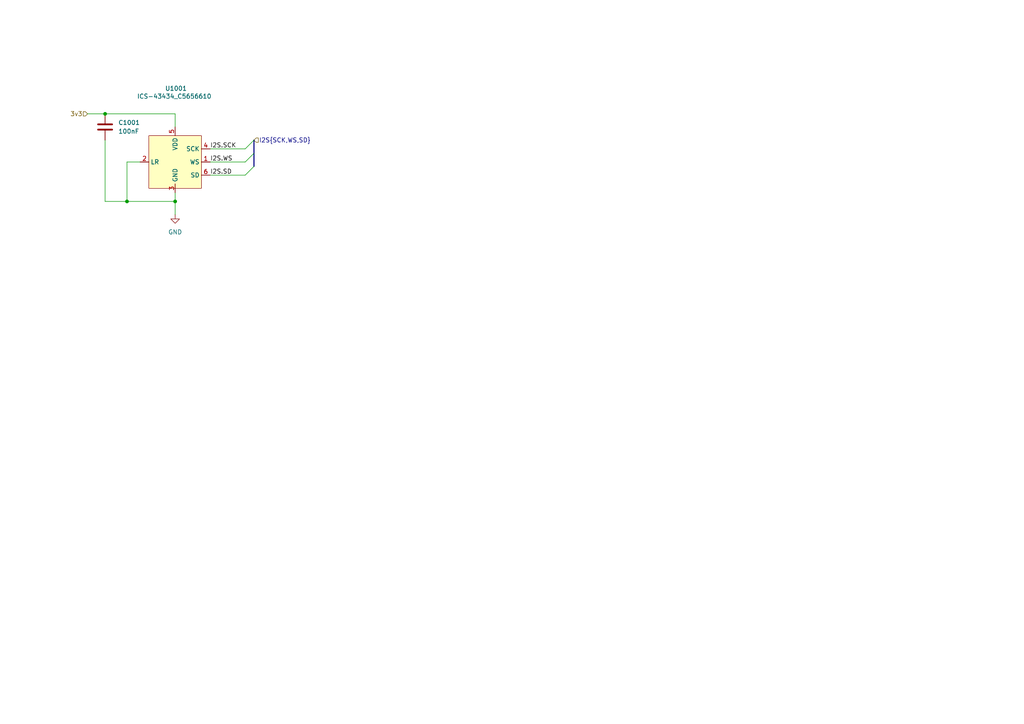
<source format=kicad_sch>
(kicad_sch (version 20231120) (generator "eeschema") (generator_version "8.0")
  (paper "A4")
  (lib_symbols
    (symbol "Device:C" (pin_numbers hide) (pin_names (offset 0.254))
      (property "Reference" "C" (at 0.635 2.54 0))
      (property "Value" "C" (at 0.635 -2.54 0))
      (symbol "C_0_1"
        (polyline (pts (xy -2.032 -0.762) (xy 2.032 -0.762)) (stroke (width 0.508)))
        (polyline (pts (xy -2.032 0.762) (xy 2.032 0.762)) (stroke (width 0.508)))
      )
      (symbol "C_1_1"
        (pin passive line (at 0 3.81 270) (length 2.794) (name "~") (number "1"))
        (pin passive line (at 0 -3.81 90) (length 2.794) (name "~") (number "2"))
      )
    )
    (symbol "easyeda2kicad:ICS-43434_C5656610"
      (property "Reference" "U" (at -7.112 9.652 0))
      (property "Value" "ICS-43434_C5656610" (at 0.254 20.828 0))
      (symbol "ICS-43434_C5656610_0_1"
        (rectangle (start -7.62 7.62) (end 7.62 -7.62) (fill (type background)))
        (pin unspecified line (at 10.16 0 180) (length 2.54) (name "WS") (number "1"))
        (pin unspecified line (at -10.16 0 0) (length 2.54) (name "LR") (number "2"))
        (pin unspecified line (at 0 -8.89 90) (length 2.54) (name "GND") (number "3"))
        (pin unspecified line (at 10.16 3.81 180) (length 2.54) (name "SCK") (number "4"))
        (pin unspecified line (at 0 10.16 270) (length 2.54) (name "VDD") (number "5"))
        (pin unspecified line (at 10.16 -3.81 180) (length 2.54) (name "SD") (number "6"))
      )
    )
    (symbol "power:GND" (power) (pin_numbers hide) (pin_names (offset 0) hide)
      (property "Value" "GND" (at 0 -3.81 0))
      (symbol "GND_0_1"
        (polyline (pts (xy 0 0) (xy 0 -1.27) (xy 1.27 -1.27) (xy 0 -2.54) (xy -1.27 -1.27) (xy 0 -1.27)))
      )
      (symbol "GND_1_1"
        (pin power_in line (at 0 0 270) (length 0) (name "~") (number "1"))
      )
    )
  )
  (junction (at 36.83 58.42))
  (junction (at 50.8 58.42))
  (junction (at 30.48 33.02))
  (bus_entry (at 73.66 44.45) (size -2.54 2.54))
  (bus_entry (at 73.66 48.26) (size -2.54 2.54))
  (bus_entry (at 73.66 40.64) (size -2.54 2.54))
  (wire (pts (xy 30.48 40.64) (xy 30.48 58.42)))
  (wire (pts (xy 40.64 46.99) (xy 36.83 46.99)))
  (wire (pts (xy 50.8 33.02) (xy 50.8 36.83)))
  (wire (pts (xy 50.8 58.42) (xy 50.8 62.23)))
  (wire (pts (xy 60.96 50.8) (xy 71.12 50.8)))
  (wire (pts (xy 36.83 46.99) (xy 36.83 58.42)))
  (wire (pts (xy 36.83 58.42) (xy 50.8 58.42)))
  (wire (pts (xy 60.96 46.99) (xy 71.12 46.99)))
  (wire (pts (xy 60.96 43.18) (xy 71.12 43.18)))
  (wire (pts (xy 30.48 58.42) (xy 36.83 58.42)))
  (bus (pts (xy 73.66 40.64) (xy 73.66 44.45)))
  (bus (pts (xy 73.66 44.45) (xy 73.66 48.26)))
  (wire (pts (xy 50.8 55.88) (xy 50.8 58.42)))
  (wire (pts (xy 25.4 33.02) (xy 30.48 33.02)))
  (wire (pts (xy 30.48 33.02) (xy 50.8 33.02)))
  (label "I2S.WS" (at 60.96 46.99 0))
  (label "I2S.SD" (at 60.96 50.8 0))
  (label "I2S.SCK" (at 60.96 43.18 0))
  (hierarchical_label "I2S{SCK,WS,SD}" (shape input) (at 73.66 40.64 0))
  (hierarchical_label "3v3" (shape input) (at 25.4 33.02 180))
  (symbol (lib_id "Device:C") (at 30.48 36.83 0) (unit 1)
    (property "Reference" "C1001" (at 34.29 35.5599 0) (effects (justify left)))
    (property "Value" "100nF" (at 34.29 38.0999 0) (effects (justify left)))
    (property "Footprint" "Capacitor_SMD:C_0603_1608Metric" (effects (hide yes)))
    (property "Description" "Unpolarized capacitor" (effects (hide yes)))
  )
  (symbol (lib_id "easyeda2kicad:ICS-43434_C5656610") (at 50.8 46.99 0) (unit 1)
    (property "Reference" "U1001" (at 51.054 25.654 0))
    (property "Value" "ICS-43434_C5656610" (at 50.546 27.94 0))
    (property "Footprint" "easyeda2kicad:MIC-SMD_6P-L3.5-W2.7-P0.90-BL" (effects (hide yes)))
    (property "LCSC Part" "C5656610" (effects (hide yes)))
  )
  (symbol (lib_id "power:GND") (at 50.8 62.23 0) (unit 1)
    (property "Reference" "#PWR01001" (effects (hide yes)))
    (property "Value" "GND" (at 50.8 67.31 0))
    (property "Description" "Power symbol creates a global label with name \"GND\" , ground" (effects (hide yes)))
  )
)
</source>
